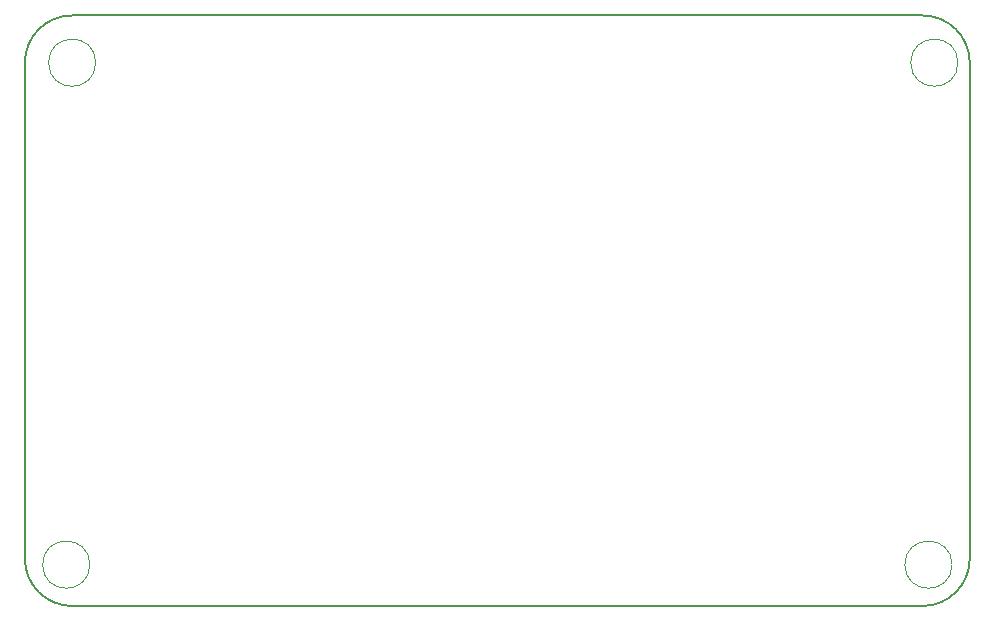
<source format=gbr>
%TF.GenerationSoftware,KiCad,Pcbnew,8.0.0*%
%TF.CreationDate,2024-03-19T18:53:16-05:00*%
%TF.ProjectId,playground,706c6179-6772-46f7-956e-642e6b696361,rev?*%
%TF.SameCoordinates,Original*%
%TF.FileFunction,Profile,NP*%
%FSLAX46Y46*%
G04 Gerber Fmt 4.6, Leading zero omitted, Abs format (unit mm)*
G04 Created by KiCad (PCBNEW 8.0.0) date 2024-03-19 18:53:16*
%MOMM*%
%LPD*%
G01*
G04 APERTURE LIST*
%TA.AperFunction,Profile*%
%ADD10C,0.200000*%
%TD*%
%TA.AperFunction,Profile*%
%ADD11C,0.050000*%
%TD*%
G04 APERTURE END LIST*
D10*
X100000000Y-54000000D02*
X100000000Y-96000000D01*
D11*
X178500000Y-96500000D02*
G75*
G02*
X174500000Y-96500000I-2000000J0D01*
G01*
X174500000Y-96500000D02*
G75*
G02*
X178500000Y-96500000I2000000J0D01*
G01*
D10*
X176000000Y-100000000D02*
X104000000Y-100000000D01*
D11*
X106000000Y-54000000D02*
G75*
G02*
X102000000Y-54000000I-2000000J0D01*
G01*
X102000000Y-54000000D02*
G75*
G02*
X106000000Y-54000000I2000000J0D01*
G01*
D10*
X180000000Y-96000000D02*
G75*
G02*
X176000000Y-100000000I-4000000J0D01*
G01*
X176000000Y-50000000D02*
G75*
G02*
X180000000Y-54000000I0J-4000000D01*
G01*
X104000000Y-50000000D02*
X176000000Y-50000000D01*
X180000000Y-54000000D02*
X180000000Y-96000000D01*
D11*
X105500000Y-96500000D02*
G75*
G02*
X101500000Y-96500000I-2000000J0D01*
G01*
X101500000Y-96500000D02*
G75*
G02*
X105500000Y-96500000I2000000J0D01*
G01*
X179000000Y-54000000D02*
G75*
G02*
X175000000Y-54000000I-2000000J0D01*
G01*
X175000000Y-54000000D02*
G75*
G02*
X179000000Y-54000000I2000000J0D01*
G01*
D10*
X100000000Y-54000000D02*
G75*
G02*
X104000000Y-50000000I4000000J0D01*
G01*
X104000000Y-100000000D02*
G75*
G02*
X100000000Y-96000000I0J4000000D01*
G01*
M02*

</source>
